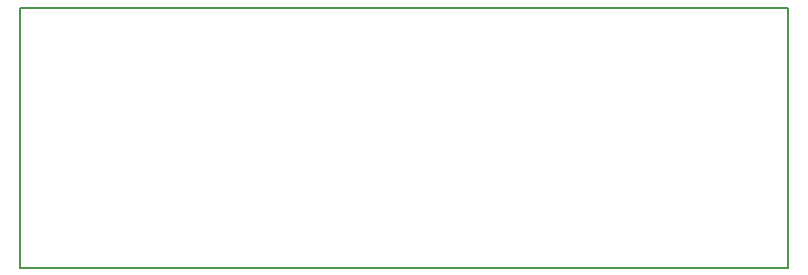
<source format=gbr>
G04 #@! TF.FileFunction,Profile,NP*
%FSLAX46Y46*%
G04 Gerber Fmt 4.6, Leading zero omitted, Abs format (unit mm)*
G04 Created by KiCad (PCBNEW 4.0.0-rc1-stable) date 08/08/2017 21:18:02*
%MOMM*%
G01*
G04 APERTURE LIST*
%ADD10C,0.076200*%
%ADD11C,0.150000*%
G04 APERTURE END LIST*
D10*
D11*
X156000000Y-64000000D02*
X221000000Y-64000000D01*
X221000000Y-42000000D02*
X221000000Y-64000000D01*
X156000000Y-42000000D02*
X156000000Y-64000000D01*
X156000000Y-42000000D02*
X221000000Y-42000000D01*
M02*

</source>
